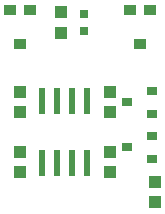
<source format=gbr>
G04 EAGLE Gerber RS-274X export*
G75*
%MOMM*%
%FSLAX34Y34*%
%LPD*%
%INSolderpaste Top*%
%IPPOS*%
%AMOC8*
5,1,8,0,0,1.08239X$1,22.5*%
G01*
%ADD10R,0.609600X2.209800*%
%ADD11R,1.000000X1.100000*%
%ADD12R,1.000000X0.900000*%
%ADD13R,1.100000X0.900000*%
%ADD14R,0.800000X0.800000*%
%ADD15R,0.900000X0.800000*%


D10*
X44450Y100838D03*
X57150Y100838D03*
X69850Y100838D03*
X82550Y100838D03*
X82550Y153162D03*
X69850Y153162D03*
X57150Y153162D03*
X44450Y153162D03*
D11*
X25400Y143900D03*
X25400Y160900D03*
D12*
X135500Y230400D03*
X118500Y230400D03*
D13*
X127000Y201400D03*
D12*
X33900Y230400D03*
X16900Y230400D03*
D13*
X25400Y201400D03*
D14*
X80000Y227500D03*
X80000Y212500D03*
D11*
X25400Y110100D03*
X25400Y93100D03*
X101600Y160900D03*
X101600Y143900D03*
D15*
X116000Y114300D03*
X137000Y123800D03*
X137000Y104800D03*
D11*
X139700Y84700D03*
X139700Y67700D03*
X60000Y211500D03*
X60000Y228500D03*
D15*
X116000Y152400D03*
X137000Y161900D03*
X137000Y142900D03*
D11*
X101600Y93100D03*
X101600Y110100D03*
M02*

</source>
